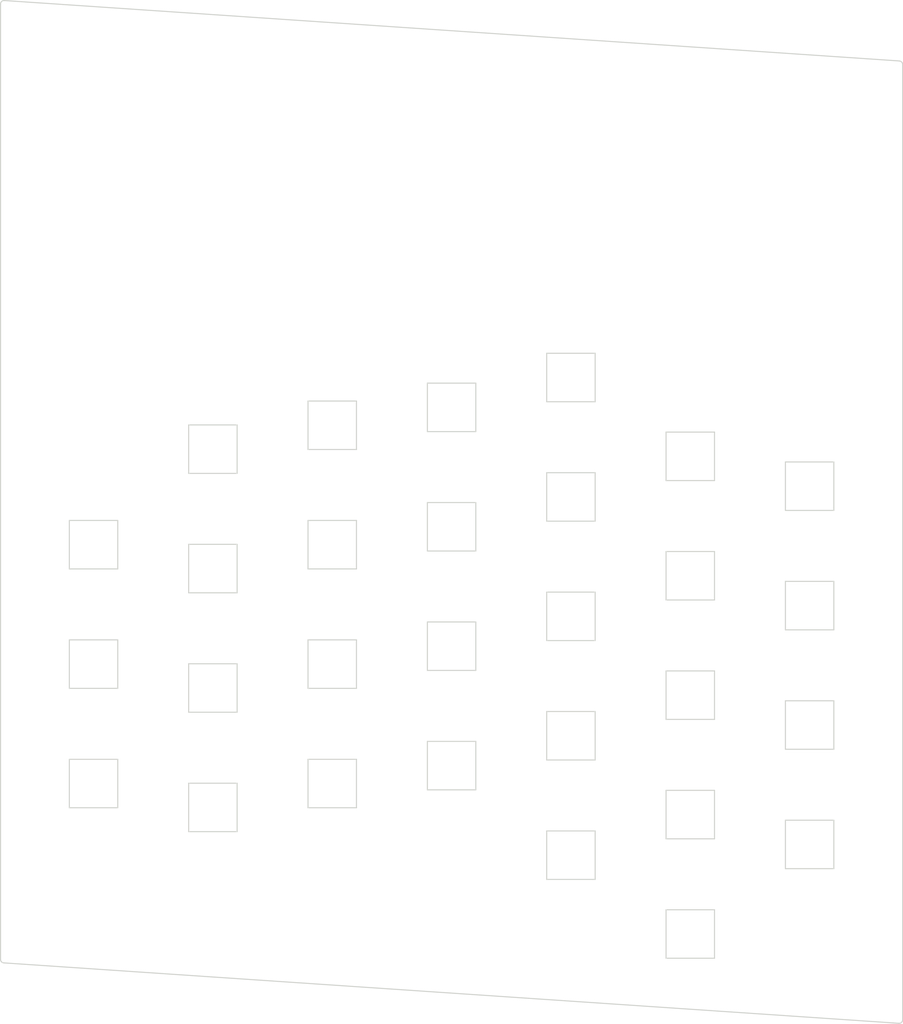
<source format=kicad_pcb>


(kicad_pcb
  (version 20240108)
  (generator "ergogen")
  (generator_version "4.1.0")
  (general
    (thickness 1.6)
    (legacy_teardrops no)
  )
  (paper "A3")
  (title_block
    (title "plate_right")
    (date "2025-06-25")
    (rev "v0.2")
    (company "Happily-Coding")
  )

  (layers
    (0 "F.Cu" signal)
    (31 "B.Cu" signal)
    (32 "B.Adhes" user "B.Adhesive")
    (33 "F.Adhes" user "F.Adhesive")
    (34 "B.Paste" user)
    (35 "F.Paste" user)
    (36 "B.SilkS" user "B.Silkscreen")
    (37 "F.SilkS" user "F.Silkscreen")
    (38 "B.Mask" user)
    (39 "F.Mask" user)
    (40 "Dwgs.User" user "User.Drawings")
    (41 "Cmts.User" user "User.Comments")
    (42 "Eco1.User" user "User.Eco1")
    (43 "Eco2.User" user "User.Eco2")
    (44 "Edge.Cuts" user)
    (45 "Margin" user)
    (46 "B.CrtYd" user "B.Courtyard")
    (47 "F.CrtYd" user "F.Courtyard")
    (48 "B.Fab" user)
    (49 "F.Fab" user)
  )

  (setup
    (pad_to_mask_clearance 0.05)
    (allow_soldermask_bridges_in_footprints no)
    (pcbplotparams
      (layerselection 0x00010fc_ffffffff)
      (plot_on_all_layers_selection 0x0000000_00000000)
      (disableapertmacros no)
      (usegerberextensions no)
      (usegerberattributes yes)
      (usegerberadvancedattributes yes)
      (creategerberjobfile yes)
      (dashed_line_dash_ratio 12.000000)
      (dashed_line_gap_ratio 3.000000)
      (svgprecision 4)
      (plotframeref no)
      (viasonmask no)
      (mode 1)
      (useauxorigin no)
      (hpglpennumber 1)
      (hpglpenspeed 20)
      (hpglpendiameter 15.000000)
      (pdf_front_fp_property_popups yes)
      (pdf_back_fp_property_popups yes)
      (dxfpolygonmode yes)
      (dxfimperialunits yes)
      (dxfusepcbnewfont yes)
      (psnegative no)
      (psa4output no)
      (plotreference yes)
      (plotvalue yes)
      (plotfptext yes)
      (plotinvisibletext no)
      (sketchpadsonfab no)
      (subtractmaskfromsilk no)
      (outputformat 1)
      (mirror no)
      (drillshape 1)
      (scaleselection 1)
      (outputdirectory "")
    )
  )

  (net 0 "")

  
  (gr_line (start 352.25 107.9651277979533) (end 352.25 -28.032598615073926) (layer Edge.Cuts) (stroke (width 0.15) (type default)))
(gr_line (start 351.78365890000003 -28.53146441507393) (end 224.28365889999998 -37.133993597953314) (layer Edge.Cuts) (stroke (width 0.15) (type default)))
(gr_line (start 223.75 -36.63512779795331) (end 223.75 99.36259861507394) (layer Edge.Cuts) (stroke (width 0.15) (type default)))
(gr_line (start 224.21634110000002 99.86146441507393) (end 351.7163411 108.4639935979533) (layer Edge.Cuts) (stroke (width 0.15) (type default)))
(gr_arc (start 352.25 -28.032598615073926) (mid 352.1152598 -28.374044515073926) (end 351.7836589 -28.531464415073927) (layer Edge.Cuts) (stroke (width 0.15) (type default)))
(gr_arc (start 224.2836589 -37.13399359795331) (mid 223.9085541 -37.000387597953306) (end 223.75 -36.63512779795331) (layer Edge.Cuts) (stroke (width 0.15) (type default)))
(gr_arc (start 223.75 99.36259861507394) (mid 223.8847402 99.70404451507393) (end 224.2163411 99.86146441507394) (layer Edge.Cuts) (stroke (width 0.15) (type default)))
(gr_arc (start 351.7163411 108.4639935979533) (mid 352.0914459 108.3303875979533) (end 352.25 107.9651277979533) (layer Edge.Cuts) (stroke (width 0.15) (type default)))
(gr_line (start 335.55 86.45) (end 342.45 86.45) (layer Edge.Cuts) (stroke (width 0.15) (type default)))
(gr_line (start 342.45 86.45) (end 342.45 79.55) (layer Edge.Cuts) (stroke (width 0.15) (type default)))
(gr_line (start 342.45 79.55) (end 335.55 79.55) (layer Edge.Cuts) (stroke (width 0.15) (type default)))
(gr_line (start 335.55 79.55) (end 335.55 86.45) (layer Edge.Cuts) (stroke (width 0.15) (type default)))
(gr_line (start 335.55 69.45) (end 342.45 69.45) (layer Edge.Cuts) (stroke (width 0.15) (type default)))
(gr_line (start 342.45 69.45) (end 342.45 62.550000000000004) (layer Edge.Cuts) (stroke (width 0.15) (type default)))
(gr_line (start 342.45 62.550000000000004) (end 335.55 62.550000000000004) (layer Edge.Cuts) (stroke (width 0.15) (type default)))
(gr_line (start 335.55 62.550000000000004) (end 335.55 69.45) (layer Edge.Cuts) (stroke (width 0.15) (type default)))
(gr_line (start 335.55 52.45) (end 342.45 52.45) (layer Edge.Cuts) (stroke (width 0.15) (type default)))
(gr_line (start 342.45 52.45) (end 342.45 45.550000000000004) (layer Edge.Cuts) (stroke (width 0.15) (type default)))
(gr_line (start 342.45 45.550000000000004) (end 335.55 45.550000000000004) (layer Edge.Cuts) (stroke (width 0.15) (type default)))
(gr_line (start 335.55 45.550000000000004) (end 335.55 52.45) (layer Edge.Cuts) (stroke (width 0.15) (type default)))
(gr_line (start 335.55 35.45) (end 342.45 35.45) (layer Edge.Cuts) (stroke (width 0.15) (type default)))
(gr_line (start 342.45 35.45) (end 342.45 28.550000000000004) (layer Edge.Cuts) (stroke (width 0.15) (type default)))
(gr_line (start 342.45 28.550000000000004) (end 335.55 28.550000000000004) (layer Edge.Cuts) (stroke (width 0.15) (type default)))
(gr_line (start 335.55 28.550000000000004) (end 335.55 35.45) (layer Edge.Cuts) (stroke (width 0.15) (type default)))
(gr_line (start 318.55 99.2) (end 325.45 99.2) (layer Edge.Cuts) (stroke (width 0.15) (type default)))
(gr_line (start 325.45 99.2) (end 325.45 92.3) (layer Edge.Cuts) (stroke (width 0.15) (type default)))
(gr_line (start 325.45 92.3) (end 318.55 92.3) (layer Edge.Cuts) (stroke (width 0.15) (type default)))
(gr_line (start 318.55 92.3) (end 318.55 99.2) (layer Edge.Cuts) (stroke (width 0.15) (type default)))
(gr_line (start 318.55 82.2) (end 325.45 82.2) (layer Edge.Cuts) (stroke (width 0.15) (type default)))
(gr_line (start 325.45 82.2) (end 325.45 75.3) (layer Edge.Cuts) (stroke (width 0.15) (type default)))
(gr_line (start 325.45 75.3) (end 318.55 75.3) (layer Edge.Cuts) (stroke (width 0.15) (type default)))
(gr_line (start 318.55 75.3) (end 318.55 82.2) (layer Edge.Cuts) (stroke (width 0.15) (type default)))
(gr_line (start 318.55 65.2) (end 325.45 65.2) (layer Edge.Cuts) (stroke (width 0.15) (type default)))
(gr_line (start 325.45 65.2) (end 325.45 58.300000000000004) (layer Edge.Cuts) (stroke (width 0.15) (type default)))
(gr_line (start 325.45 58.300000000000004) (end 318.55 58.300000000000004) (layer Edge.Cuts) (stroke (width 0.15) (type default)))
(gr_line (start 318.55 58.300000000000004) (end 318.55 65.2) (layer Edge.Cuts) (stroke (width 0.15) (type default)))
(gr_line (start 318.55 48.2) (end 325.45 48.2) (layer Edge.Cuts) (stroke (width 0.15) (type default)))
(gr_line (start 325.45 48.2) (end 325.45 41.300000000000004) (layer Edge.Cuts) (stroke (width 0.15) (type default)))
(gr_line (start 325.45 41.300000000000004) (end 318.55 41.300000000000004) (layer Edge.Cuts) (stroke (width 0.15) (type default)))
(gr_line (start 318.55 41.300000000000004) (end 318.55 48.2) (layer Edge.Cuts) (stroke (width 0.15) (type default)))
(gr_line (start 318.55 31.2) (end 325.45 31.2) (layer Edge.Cuts) (stroke (width 0.15) (type default)))
(gr_line (start 325.45 31.2) (end 325.45 24.299999999999997) (layer Edge.Cuts) (stroke (width 0.15) (type default)))
(gr_line (start 325.45 24.299999999999997) (end 318.55 24.299999999999997) (layer Edge.Cuts) (stroke (width 0.15) (type default)))
(gr_line (start 318.55 24.299999999999997) (end 318.55 31.2) (layer Edge.Cuts) (stroke (width 0.15) (type default)))
(gr_line (start 301.55 87.98) (end 308.45 87.98) (layer Edge.Cuts) (stroke (width 0.15) (type default)))
(gr_line (start 308.45 87.98) (end 308.45 81.08) (layer Edge.Cuts) (stroke (width 0.15) (type default)))
(gr_line (start 308.45 81.08) (end 301.55 81.08) (layer Edge.Cuts) (stroke (width 0.15) (type default)))
(gr_line (start 301.55 81.08) (end 301.55 87.98) (layer Edge.Cuts) (stroke (width 0.15) (type default)))
(gr_line (start 301.55 70.98) (end 308.45 70.98) (layer Edge.Cuts) (stroke (width 0.15) (type default)))
(gr_line (start 308.45 70.98) (end 308.45 64.08) (layer Edge.Cuts) (stroke (width 0.15) (type default)))
(gr_line (start 308.45 64.08) (end 301.55 64.08) (layer Edge.Cuts) (stroke (width 0.15) (type default)))
(gr_line (start 301.55 64.08) (end 301.55 70.98) (layer Edge.Cuts) (stroke (width 0.15) (type default)))
(gr_line (start 301.55 53.980000000000004) (end 308.45 53.980000000000004) (layer Edge.Cuts) (stroke (width 0.15) (type default)))
(gr_line (start 308.45 53.980000000000004) (end 308.45 47.080000000000005) (layer Edge.Cuts) (stroke (width 0.15) (type default)))
(gr_line (start 308.45 47.080000000000005) (end 301.55 47.080000000000005) (layer Edge.Cuts) (stroke (width 0.15) (type default)))
(gr_line (start 301.55 47.080000000000005) (end 301.55 53.980000000000004) (layer Edge.Cuts) (stroke (width 0.15) (type default)))
(gr_line (start 301.55 36.980000000000004) (end 308.45 36.980000000000004) (layer Edge.Cuts) (stroke (width 0.15) (type default)))
(gr_line (start 308.45 36.980000000000004) (end 308.45 30.080000000000005) (layer Edge.Cuts) (stroke (width 0.15) (type default)))
(gr_line (start 308.45 30.080000000000005) (end 301.55 30.080000000000005) (layer Edge.Cuts) (stroke (width 0.15) (type default)))
(gr_line (start 301.55 30.080000000000005) (end 301.55 36.980000000000004) (layer Edge.Cuts) (stroke (width 0.15) (type default)))
(gr_line (start 301.55 19.98) (end 308.45 19.98) (layer Edge.Cuts) (stroke (width 0.15) (type default)))
(gr_line (start 308.45 19.98) (end 308.45 13.08) (layer Edge.Cuts) (stroke (width 0.15) (type default)))
(gr_line (start 308.45 13.08) (end 301.55 13.08) (layer Edge.Cuts) (stroke (width 0.15) (type default)))
(gr_line (start 301.55 13.08) (end 301.55 19.98) (layer Edge.Cuts) (stroke (width 0.15) (type default)))
(gr_line (start 284.55 75.23) (end 291.45 75.23) (layer Edge.Cuts) (stroke (width 0.15) (type default)))
(gr_line (start 291.45 75.23) (end 291.45 68.33) (layer Edge.Cuts) (stroke (width 0.15) (type default)))
(gr_line (start 291.45 68.33) (end 284.55 68.33) (layer Edge.Cuts) (stroke (width 0.15) (type default)))
(gr_line (start 284.55 68.33) (end 284.55 75.23) (layer Edge.Cuts) (stroke (width 0.15) (type default)))
(gr_line (start 284.55 58.230000000000004) (end 291.45 58.230000000000004) (layer Edge.Cuts) (stroke (width 0.15) (type default)))
(gr_line (start 291.45 58.230000000000004) (end 291.45 51.330000000000005) (layer Edge.Cuts) (stroke (width 0.15) (type default)))
(gr_line (start 291.45 51.330000000000005) (end 284.55 51.330000000000005) (layer Edge.Cuts) (stroke (width 0.15) (type default)))
(gr_line (start 284.55 51.330000000000005) (end 284.55 58.230000000000004) (layer Edge.Cuts) (stroke (width 0.15) (type default)))
(gr_line (start 284.55 41.230000000000004) (end 291.45 41.230000000000004) (layer Edge.Cuts) (stroke (width 0.15) (type default)))
(gr_line (start 291.45 41.230000000000004) (end 291.45 34.330000000000005) (layer Edge.Cuts) (stroke (width 0.15) (type default)))
(gr_line (start 291.45 34.330000000000005) (end 284.55 34.330000000000005) (layer Edge.Cuts) (stroke (width 0.15) (type default)))
(gr_line (start 284.55 34.330000000000005) (end 284.55 41.230000000000004) (layer Edge.Cuts) (stroke (width 0.15) (type default)))
(gr_line (start 284.55 24.23) (end 291.45 24.23) (layer Edge.Cuts) (stroke (width 0.15) (type default)))
(gr_line (start 291.45 24.23) (end 291.45 17.33) (layer Edge.Cuts) (stroke (width 0.15) (type default)))
(gr_line (start 291.45 17.33) (end 284.55 17.33) (layer Edge.Cuts) (stroke (width 0.15) (type default)))
(gr_line (start 284.55 17.33) (end 284.55 24.23) (layer Edge.Cuts) (stroke (width 0.15) (type default)))
(gr_line (start 267.55 77.78) (end 274.45 77.78) (layer Edge.Cuts) (stroke (width 0.15) (type default)))
(gr_line (start 274.45 77.78) (end 274.45 70.88) (layer Edge.Cuts) (stroke (width 0.15) (type default)))
(gr_line (start 274.45 70.88) (end 267.55 70.88) (layer Edge.Cuts) (stroke (width 0.15) (type default)))
(gr_line (start 267.55 70.88) (end 267.55 77.78) (layer Edge.Cuts) (stroke (width 0.15) (type default)))
(gr_line (start 267.55 60.78) (end 274.45 60.78) (layer Edge.Cuts) (stroke (width 0.15) (type default)))
(gr_line (start 274.45 60.78) (end 274.45 53.88) (layer Edge.Cuts) (stroke (width 0.15) (type default)))
(gr_line (start 274.45 53.88) (end 267.55 53.88) (layer Edge.Cuts) (stroke (width 0.15) (type default)))
(gr_line (start 267.55 53.88) (end 267.55 60.78) (layer Edge.Cuts) (stroke (width 0.15) (type default)))
(gr_line (start 267.55 43.78) (end 274.45 43.78) (layer Edge.Cuts) (stroke (width 0.15) (type default)))
(gr_line (start 274.45 43.78) (end 274.45 36.88) (layer Edge.Cuts) (stroke (width 0.15) (type default)))
(gr_line (start 274.45 36.88) (end 267.55 36.88) (layer Edge.Cuts) (stroke (width 0.15) (type default)))
(gr_line (start 267.55 36.88) (end 267.55 43.78) (layer Edge.Cuts) (stroke (width 0.15) (type default)))
(gr_line (start 267.55 26.779999999999998) (end 274.45 26.779999999999998) (layer Edge.Cuts) (stroke (width 0.15) (type default)))
(gr_line (start 274.45 26.779999999999998) (end 274.45 19.879999999999995) (layer Edge.Cuts) (stroke (width 0.15) (type default)))
(gr_line (start 274.45 19.879999999999995) (end 267.55 19.879999999999995) (layer Edge.Cuts) (stroke (width 0.15) (type default)))
(gr_line (start 267.55 19.879999999999995) (end 267.55 26.779999999999998) (layer Edge.Cuts) (stroke (width 0.15) (type default)))
(gr_line (start 250.55 81.18) (end 257.45 81.18) (layer Edge.Cuts) (stroke (width 0.15) (type default)))
(gr_line (start 257.45 81.18) (end 257.45 74.28) (layer Edge.Cuts) (stroke (width 0.15) (type default)))
(gr_line (start 257.45 74.28) (end 250.55 74.28) (layer Edge.Cuts) (stroke (width 0.15) (type default)))
(gr_line (start 250.55 74.28) (end 250.55 81.18) (layer Edge.Cuts) (stroke (width 0.15) (type default)))
(gr_line (start 250.55 64.18) (end 257.45 64.18) (layer Edge.Cuts) (stroke (width 0.15) (type default)))
(gr_line (start 257.45 64.18) (end 257.45 57.28000000000001) (layer Edge.Cuts) (stroke (width 0.15) (type default)))
(gr_line (start 257.45 57.28000000000001) (end 250.55 57.28000000000001) (layer Edge.Cuts) (stroke (width 0.15) (type default)))
(gr_line (start 250.55 57.28000000000001) (end 250.55 64.18) (layer Edge.Cuts) (stroke (width 0.15) (type default)))
(gr_line (start 250.55 47.18000000000001) (end 257.45 47.18000000000001) (layer Edge.Cuts) (stroke (width 0.15) (type default)))
(gr_line (start 257.45 47.18000000000001) (end 257.45 40.28000000000001) (layer Edge.Cuts) (stroke (width 0.15) (type default)))
(gr_line (start 257.45 40.28000000000001) (end 250.55 40.28000000000001) (layer Edge.Cuts) (stroke (width 0.15) (type default)))
(gr_line (start 250.55 40.28000000000001) (end 250.55 47.18000000000001) (layer Edge.Cuts) (stroke (width 0.15) (type default)))
(gr_line (start 250.55 30.180000000000003) (end 257.45 30.180000000000003) (layer Edge.Cuts) (stroke (width 0.15) (type default)))
(gr_line (start 257.45 30.180000000000003) (end 257.45 23.28) (layer Edge.Cuts) (stroke (width 0.15) (type default)))
(gr_line (start 257.45 23.28) (end 250.55 23.28) (layer Edge.Cuts) (stroke (width 0.15) (type default)))
(gr_line (start 250.55 23.28) (end 250.55 30.180000000000003) (layer Edge.Cuts) (stroke (width 0.15) (type default)))
(gr_line (start 233.55 77.78) (end 240.45000000000002 77.78) (layer Edge.Cuts) (stroke (width 0.15) (type default)))
(gr_line (start 240.45000000000002 77.78) (end 240.45000000000002 70.88) (layer Edge.Cuts) (stroke (width 0.15) (type default)))
(gr_line (start 240.45000000000002 70.88) (end 233.55 70.88) (layer Edge.Cuts) (stroke (width 0.15) (type default)))
(gr_line (start 233.55 70.88) (end 233.55 77.78) (layer Edge.Cuts) (stroke (width 0.15) (type default)))
(gr_line (start 233.55 60.78) (end 240.45000000000002 60.78) (layer Edge.Cuts) (stroke (width 0.15) (type default)))
(gr_line (start 240.45000000000002 60.78) (end 240.45000000000002 53.88) (layer Edge.Cuts) (stroke (width 0.15) (type default)))
(gr_line (start 240.45000000000002 53.88) (end 233.55 53.88) (layer Edge.Cuts) (stroke (width 0.15) (type default)))
(gr_line (start 233.55 53.88) (end 233.55 60.78) (layer Edge.Cuts) (stroke (width 0.15) (type default)))
(gr_line (start 233.55 43.78) (end 240.45000000000002 43.78) (layer Edge.Cuts) (stroke (width 0.15) (type default)))
(gr_line (start 240.45000000000002 43.78) (end 240.45000000000002 36.88) (layer Edge.Cuts) (stroke (width 0.15) (type default)))
(gr_line (start 240.45000000000002 36.88) (end 233.55 36.88) (layer Edge.Cuts) (stroke (width 0.15) (type default)))
(gr_line (start 233.55 36.88) (end 233.55 43.78) (layer Edge.Cuts) (stroke (width 0.15) (type default)))

)


</source>
